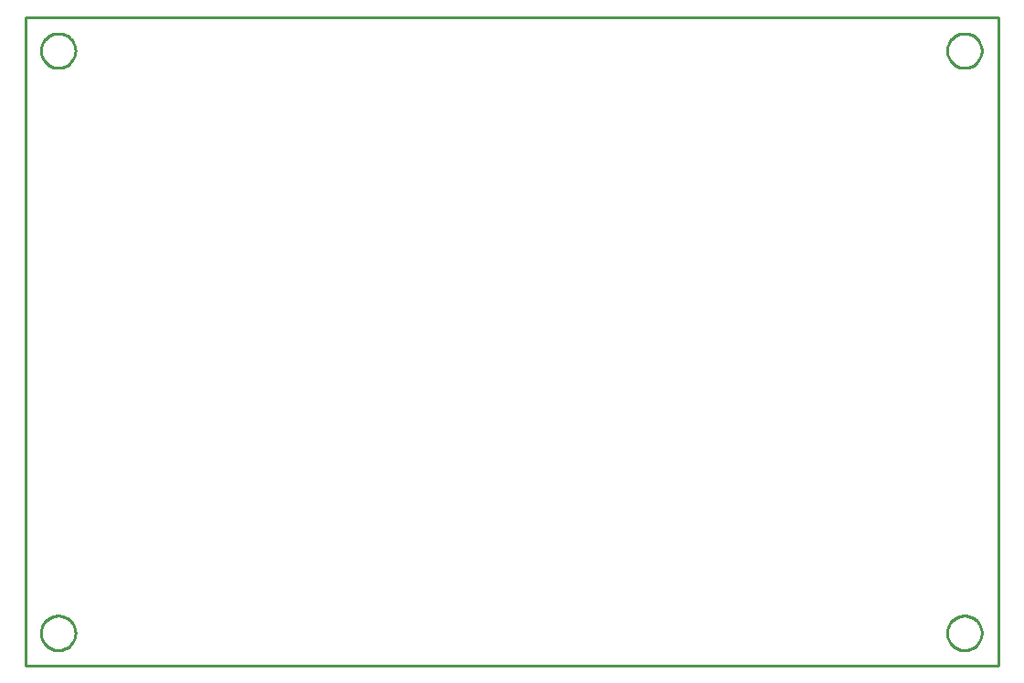
<source format=gbr>
G04 EAGLE Gerber RS-274X export*
G75*
%MOMM*%
%FSLAX34Y34*%
%LPD*%
%IN*%
%IPPOS*%
%AMOC8*
5,1,8,0,0,1.08239X$1,22.5*%
G01*
%ADD10C,0.254000*%


D10*
X0Y0D02*
X901400Y0D01*
X901400Y600800D01*
X0Y600800D01*
X0Y0D01*
X46000Y29476D02*
X45932Y28431D01*
X45795Y27392D01*
X45590Y26365D01*
X45319Y25353D01*
X44983Y24361D01*
X44582Y23393D01*
X44118Y22454D01*
X43595Y21546D01*
X43013Y20675D01*
X42375Y19844D01*
X41684Y19057D01*
X40943Y18316D01*
X40156Y17625D01*
X39325Y16988D01*
X38454Y16406D01*
X37546Y15882D01*
X36607Y15418D01*
X35639Y15017D01*
X34647Y14681D01*
X33635Y14410D01*
X32608Y14205D01*
X31569Y14069D01*
X30524Y14000D01*
X29476Y14000D01*
X28431Y14069D01*
X27392Y14205D01*
X26365Y14410D01*
X25353Y14681D01*
X24361Y15017D01*
X23393Y15418D01*
X22454Y15882D01*
X21546Y16406D01*
X20675Y16988D01*
X19844Y17625D01*
X19057Y18316D01*
X18316Y19057D01*
X17625Y19844D01*
X16988Y20675D01*
X16406Y21546D01*
X15882Y22454D01*
X15418Y23393D01*
X15017Y24361D01*
X14681Y25353D01*
X14410Y26365D01*
X14205Y27392D01*
X14069Y28431D01*
X14000Y29476D01*
X14000Y30524D01*
X14069Y31569D01*
X14205Y32608D01*
X14410Y33635D01*
X14681Y34647D01*
X15017Y35639D01*
X15418Y36607D01*
X15882Y37546D01*
X16406Y38454D01*
X16988Y39325D01*
X17625Y40156D01*
X18316Y40943D01*
X19057Y41684D01*
X19844Y42375D01*
X20675Y43013D01*
X21546Y43595D01*
X22454Y44118D01*
X23393Y44582D01*
X24361Y44983D01*
X25353Y45319D01*
X26365Y45590D01*
X27392Y45795D01*
X28431Y45932D01*
X29476Y46000D01*
X30524Y46000D01*
X31569Y45932D01*
X32608Y45795D01*
X33635Y45590D01*
X34647Y45319D01*
X35639Y44983D01*
X36607Y44582D01*
X37546Y44118D01*
X38454Y43595D01*
X39325Y43013D01*
X40156Y42375D01*
X40943Y41684D01*
X41684Y40943D01*
X42375Y40156D01*
X43013Y39325D01*
X43595Y38454D01*
X44118Y37546D01*
X44582Y36607D01*
X44983Y35639D01*
X45319Y34647D01*
X45590Y33635D01*
X45795Y32608D01*
X45932Y31569D01*
X46000Y30524D01*
X46000Y29476D01*
X886000Y29476D02*
X885932Y28431D01*
X885795Y27392D01*
X885590Y26365D01*
X885319Y25353D01*
X884983Y24361D01*
X884582Y23393D01*
X884118Y22454D01*
X883595Y21546D01*
X883013Y20675D01*
X882375Y19844D01*
X881684Y19057D01*
X880943Y18316D01*
X880156Y17625D01*
X879325Y16988D01*
X878454Y16406D01*
X877546Y15882D01*
X876607Y15418D01*
X875639Y15017D01*
X874647Y14681D01*
X873635Y14410D01*
X872608Y14205D01*
X871569Y14069D01*
X870524Y14000D01*
X869476Y14000D01*
X868431Y14069D01*
X867392Y14205D01*
X866365Y14410D01*
X865353Y14681D01*
X864361Y15017D01*
X863393Y15418D01*
X862454Y15882D01*
X861546Y16406D01*
X860675Y16988D01*
X859844Y17625D01*
X859057Y18316D01*
X858316Y19057D01*
X857625Y19844D01*
X856988Y20675D01*
X856406Y21546D01*
X855882Y22454D01*
X855418Y23393D01*
X855017Y24361D01*
X854681Y25353D01*
X854410Y26365D01*
X854205Y27392D01*
X854069Y28431D01*
X854000Y29476D01*
X854000Y30524D01*
X854069Y31569D01*
X854205Y32608D01*
X854410Y33635D01*
X854681Y34647D01*
X855017Y35639D01*
X855418Y36607D01*
X855882Y37546D01*
X856406Y38454D01*
X856988Y39325D01*
X857625Y40156D01*
X858316Y40943D01*
X859057Y41684D01*
X859844Y42375D01*
X860675Y43013D01*
X861546Y43595D01*
X862454Y44118D01*
X863393Y44582D01*
X864361Y44983D01*
X865353Y45319D01*
X866365Y45590D01*
X867392Y45795D01*
X868431Y45932D01*
X869476Y46000D01*
X870524Y46000D01*
X871569Y45932D01*
X872608Y45795D01*
X873635Y45590D01*
X874647Y45319D01*
X875639Y44983D01*
X876607Y44582D01*
X877546Y44118D01*
X878454Y43595D01*
X879325Y43013D01*
X880156Y42375D01*
X880943Y41684D01*
X881684Y40943D01*
X882375Y40156D01*
X883013Y39325D01*
X883595Y38454D01*
X884118Y37546D01*
X884582Y36607D01*
X884983Y35639D01*
X885319Y34647D01*
X885590Y33635D01*
X885795Y32608D01*
X885932Y31569D01*
X886000Y30524D01*
X886000Y29476D01*
X886000Y569476D02*
X885932Y568431D01*
X885795Y567392D01*
X885590Y566365D01*
X885319Y565353D01*
X884983Y564361D01*
X884582Y563393D01*
X884118Y562454D01*
X883595Y561546D01*
X883013Y560675D01*
X882375Y559844D01*
X881684Y559057D01*
X880943Y558316D01*
X880156Y557625D01*
X879325Y556988D01*
X878454Y556406D01*
X877546Y555882D01*
X876607Y555418D01*
X875639Y555017D01*
X874647Y554681D01*
X873635Y554410D01*
X872608Y554205D01*
X871569Y554069D01*
X870524Y554000D01*
X869476Y554000D01*
X868431Y554069D01*
X867392Y554205D01*
X866365Y554410D01*
X865353Y554681D01*
X864361Y555017D01*
X863393Y555418D01*
X862454Y555882D01*
X861546Y556406D01*
X860675Y556988D01*
X859844Y557625D01*
X859057Y558316D01*
X858316Y559057D01*
X857625Y559844D01*
X856988Y560675D01*
X856406Y561546D01*
X855882Y562454D01*
X855418Y563393D01*
X855017Y564361D01*
X854681Y565353D01*
X854410Y566365D01*
X854205Y567392D01*
X854069Y568431D01*
X854000Y569476D01*
X854000Y570524D01*
X854069Y571569D01*
X854205Y572608D01*
X854410Y573635D01*
X854681Y574647D01*
X855017Y575639D01*
X855418Y576607D01*
X855882Y577546D01*
X856406Y578454D01*
X856988Y579325D01*
X857625Y580156D01*
X858316Y580943D01*
X859057Y581684D01*
X859844Y582375D01*
X860675Y583013D01*
X861546Y583595D01*
X862454Y584118D01*
X863393Y584582D01*
X864361Y584983D01*
X865353Y585319D01*
X866365Y585590D01*
X867392Y585795D01*
X868431Y585932D01*
X869476Y586000D01*
X870524Y586000D01*
X871569Y585932D01*
X872608Y585795D01*
X873635Y585590D01*
X874647Y585319D01*
X875639Y584983D01*
X876607Y584582D01*
X877546Y584118D01*
X878454Y583595D01*
X879325Y583013D01*
X880156Y582375D01*
X880943Y581684D01*
X881684Y580943D01*
X882375Y580156D01*
X883013Y579325D01*
X883595Y578454D01*
X884118Y577546D01*
X884582Y576607D01*
X884983Y575639D01*
X885319Y574647D01*
X885590Y573635D01*
X885795Y572608D01*
X885932Y571569D01*
X886000Y570524D01*
X886000Y569476D01*
X46000Y569476D02*
X45932Y568431D01*
X45795Y567392D01*
X45590Y566365D01*
X45319Y565353D01*
X44983Y564361D01*
X44582Y563393D01*
X44118Y562454D01*
X43595Y561546D01*
X43013Y560675D01*
X42375Y559844D01*
X41684Y559057D01*
X40943Y558316D01*
X40156Y557625D01*
X39325Y556988D01*
X38454Y556406D01*
X37546Y555882D01*
X36607Y555418D01*
X35639Y555017D01*
X34647Y554681D01*
X33635Y554410D01*
X32608Y554205D01*
X31569Y554069D01*
X30524Y554000D01*
X29476Y554000D01*
X28431Y554069D01*
X27392Y554205D01*
X26365Y554410D01*
X25353Y554681D01*
X24361Y555017D01*
X23393Y555418D01*
X22454Y555882D01*
X21546Y556406D01*
X20675Y556988D01*
X19844Y557625D01*
X19057Y558316D01*
X18316Y559057D01*
X17625Y559844D01*
X16988Y560675D01*
X16406Y561546D01*
X15882Y562454D01*
X15418Y563393D01*
X15017Y564361D01*
X14681Y565353D01*
X14410Y566365D01*
X14205Y567392D01*
X14069Y568431D01*
X14000Y569476D01*
X14000Y570524D01*
X14069Y571569D01*
X14205Y572608D01*
X14410Y573635D01*
X14681Y574647D01*
X15017Y575639D01*
X15418Y576607D01*
X15882Y577546D01*
X16406Y578454D01*
X16988Y579325D01*
X17625Y580156D01*
X18316Y580943D01*
X19057Y581684D01*
X19844Y582375D01*
X20675Y583013D01*
X21546Y583595D01*
X22454Y584118D01*
X23393Y584582D01*
X24361Y584983D01*
X25353Y585319D01*
X26365Y585590D01*
X27392Y585795D01*
X28431Y585932D01*
X29476Y586000D01*
X30524Y586000D01*
X31569Y585932D01*
X32608Y585795D01*
X33635Y585590D01*
X34647Y585319D01*
X35639Y584983D01*
X36607Y584582D01*
X37546Y584118D01*
X38454Y583595D01*
X39325Y583013D01*
X40156Y582375D01*
X40943Y581684D01*
X41684Y580943D01*
X42375Y580156D01*
X43013Y579325D01*
X43595Y578454D01*
X44118Y577546D01*
X44582Y576607D01*
X44983Y575639D01*
X45319Y574647D01*
X45590Y573635D01*
X45795Y572608D01*
X45932Y571569D01*
X46000Y570524D01*
X46000Y569476D01*
M02*

</source>
